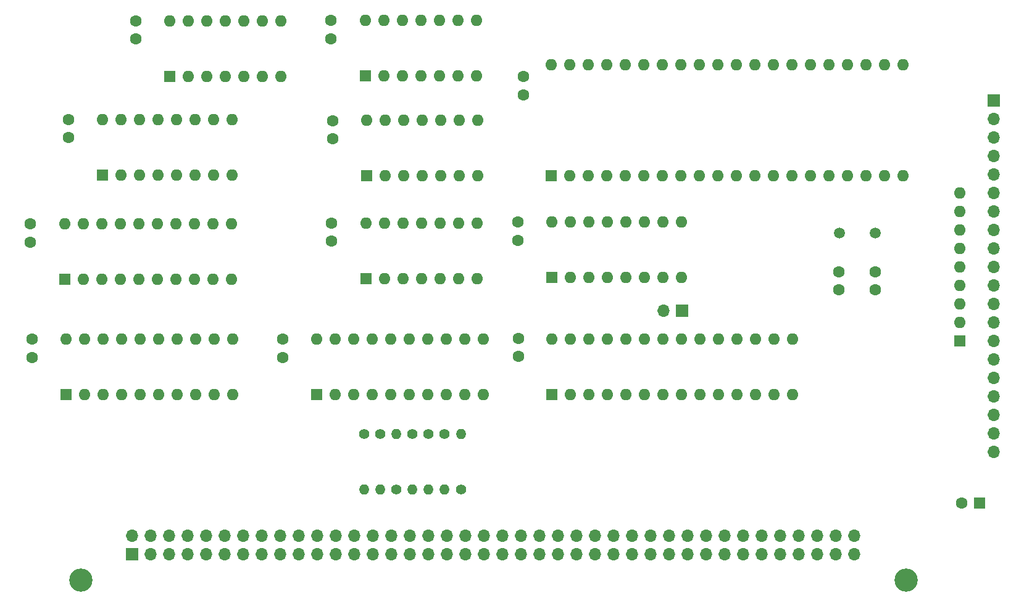
<source format=gbr>
G04 #@! TF.GenerationSoftware,KiCad,Pcbnew,5.1.5+dfsg1-2build2*
G04 #@! TF.CreationDate,2021-06-23T14:50:16-04:00*
G04 #@! TF.ProjectId,InterruptAndKeyboard,496e7465-7272-4757-9074-416e644b6579,1*
G04 #@! TF.SameCoordinates,Original*
G04 #@! TF.FileFunction,Soldermask,Top*
G04 #@! TF.FilePolarity,Negative*
%FSLAX46Y46*%
G04 Gerber Fmt 4.6, Leading zero omitted, Abs format (unit mm)*
G04 Created by KiCad (PCBNEW 5.1.5+dfsg1-2build2) date 2021-06-23 14:50:16*
%MOMM*%
%LPD*%
G04 APERTURE LIST*
%ADD10R,1.700000X1.700000*%
%ADD11O,1.700000X1.700000*%
%ADD12C,3.200000*%
%ADD13R,1.600000X1.600000*%
%ADD14C,1.600000*%
%ADD15C,1.400000*%
%ADD16O,1.400000X1.400000*%
%ADD17O,1.600000X1.600000*%
%ADD18C,1.500000*%
G04 APERTURE END LIST*
D10*
X25470000Y-83000000D03*
D11*
X25470000Y-80460000D03*
X28010000Y-83000000D03*
X28010000Y-80460000D03*
X30550000Y-83000000D03*
X30550000Y-80460000D03*
X33090000Y-83000000D03*
X33090000Y-80460000D03*
X35630000Y-83000000D03*
X35630000Y-80460000D03*
X38170000Y-83000000D03*
X38170000Y-80460000D03*
X40710000Y-83000000D03*
X40710000Y-80460000D03*
X43250000Y-83000000D03*
X43250000Y-80460000D03*
X45790000Y-83000000D03*
X45790000Y-80460000D03*
X48330000Y-83000000D03*
X48330000Y-80460000D03*
X50870000Y-83000000D03*
X50870000Y-80460000D03*
X53410000Y-83000000D03*
X53410000Y-80460000D03*
X55950000Y-83000000D03*
X55950000Y-80460000D03*
X58490000Y-83000000D03*
X58490000Y-80460000D03*
X61030000Y-83000000D03*
X61030000Y-80460000D03*
X63570000Y-83000000D03*
X63570000Y-80460000D03*
X66110000Y-83000000D03*
X66110000Y-80460000D03*
X68650000Y-83000000D03*
X68650000Y-80460000D03*
X71190000Y-83000000D03*
X71190000Y-80460000D03*
X73730000Y-83000000D03*
X73730000Y-80460000D03*
X76270000Y-83000000D03*
X76270000Y-80460000D03*
X78810000Y-83000000D03*
X78810000Y-80460000D03*
X81350000Y-83000000D03*
X81350000Y-80460000D03*
X83890000Y-83000000D03*
X83890000Y-80460000D03*
X86430000Y-83000000D03*
X86430000Y-80460000D03*
X88970000Y-83000000D03*
X88970000Y-80460000D03*
X91510000Y-83000000D03*
X91510000Y-80460000D03*
X94050000Y-83000000D03*
X94050000Y-80460000D03*
X96590000Y-83000000D03*
X96590000Y-80460000D03*
X99130000Y-83000000D03*
X99130000Y-80460000D03*
X101670000Y-83000000D03*
X101670000Y-80460000D03*
X104210000Y-83000000D03*
X104210000Y-80460000D03*
X106750000Y-83000000D03*
X106750000Y-80460000D03*
X109290000Y-83000000D03*
X109290000Y-80460000D03*
X111830000Y-83000000D03*
X111830000Y-80460000D03*
X114370000Y-83000000D03*
X114370000Y-80460000D03*
X116910000Y-83000000D03*
X116910000Y-80460000D03*
X119450000Y-83000000D03*
X119450000Y-80460000D03*
X121990000Y-83000000D03*
X121990000Y-80460000D03*
X124530000Y-83000000D03*
X124530000Y-80460000D03*
D12*
X18400000Y-86500000D03*
X131600000Y-86500000D03*
D13*
X141700000Y-75900000D03*
D14*
X139200000Y-75900000D03*
X52750000Y-39970000D03*
X52750000Y-37470000D03*
X25920000Y-9700000D03*
X25920000Y-12200000D03*
X16710000Y-25740000D03*
X16710000Y-23240000D03*
X11700000Y-55940000D03*
X11700000Y-53440000D03*
X11470000Y-37590000D03*
X11470000Y-40090000D03*
X52720000Y-12170000D03*
X52720000Y-9670000D03*
X52980000Y-25930000D03*
X52980000Y-23430000D03*
X79140000Y-19880000D03*
X79140000Y-17380000D03*
X78410000Y-53330000D03*
X78410000Y-55830000D03*
X78350000Y-39840000D03*
X78350000Y-37340000D03*
X46110000Y-53430000D03*
X46110000Y-55930000D03*
X127390000Y-46660000D03*
X127390000Y-44160000D03*
X122420000Y-44160000D03*
X122420000Y-46660000D03*
D10*
X143640000Y-20660000D03*
D11*
X143640000Y-23200000D03*
X143640000Y-25740000D03*
X143640000Y-28280000D03*
X143640000Y-30820000D03*
X143640000Y-33360000D03*
X143640000Y-35900000D03*
X143640000Y-38440000D03*
X143640000Y-40980000D03*
X143640000Y-43520000D03*
X143640000Y-46060000D03*
X143640000Y-48600000D03*
X143640000Y-51140000D03*
X143640000Y-53680000D03*
X143640000Y-56220000D03*
X143640000Y-58760000D03*
X143640000Y-61300000D03*
X143640000Y-63840000D03*
X143640000Y-66380000D03*
X143640000Y-68920000D03*
D10*
X100840000Y-49520000D03*
D11*
X98300000Y-49520000D03*
D15*
X57250000Y-66430000D03*
D16*
X57250000Y-74050000D03*
D15*
X59465000Y-66430000D03*
D16*
X59465000Y-74050000D03*
D15*
X61680000Y-74050000D03*
D16*
X61680000Y-66430000D03*
X63895000Y-74050000D03*
D15*
X63895000Y-66430000D03*
X66110000Y-66430000D03*
D16*
X66110000Y-74050000D03*
X68325000Y-74050000D03*
D15*
X68325000Y-66430000D03*
X70540000Y-74050000D03*
D16*
X70540000Y-66430000D03*
D17*
X138960000Y-33360000D03*
X138960000Y-35900000D03*
X138960000Y-38440000D03*
X138960000Y-40980000D03*
X138960000Y-43520000D03*
X138960000Y-46060000D03*
X138960000Y-48600000D03*
X138960000Y-51140000D03*
D13*
X138960000Y-53680000D03*
D17*
X57530000Y-37540000D03*
X72770000Y-45160000D03*
X60070000Y-37540000D03*
X70230000Y-45160000D03*
X62610000Y-37540000D03*
X67690000Y-45160000D03*
X65150000Y-37540000D03*
X65150000Y-45160000D03*
X67690000Y-37540000D03*
X62610000Y-45160000D03*
X70230000Y-37540000D03*
X60070000Y-45160000D03*
X72770000Y-37540000D03*
D13*
X57530000Y-45160000D03*
X30620000Y-17320000D03*
D17*
X45860000Y-9700000D03*
X33160000Y-17320000D03*
X43320000Y-9700000D03*
X35700000Y-17320000D03*
X40780000Y-9700000D03*
X38240000Y-17320000D03*
X38240000Y-9700000D03*
X40780000Y-17320000D03*
X35700000Y-9700000D03*
X43320000Y-17320000D03*
X33160000Y-9700000D03*
X45860000Y-17320000D03*
X30620000Y-9700000D03*
X21400000Y-23240000D03*
X39180000Y-30860000D03*
X23940000Y-23240000D03*
X36640000Y-30860000D03*
X26480000Y-23240000D03*
X34100000Y-30860000D03*
X29020000Y-23240000D03*
X31560000Y-30860000D03*
X31560000Y-23240000D03*
X29020000Y-30860000D03*
X34100000Y-23240000D03*
X26480000Y-30860000D03*
X36640000Y-23240000D03*
X23940000Y-30860000D03*
X39180000Y-23240000D03*
D13*
X21400000Y-30860000D03*
D17*
X16360000Y-53440000D03*
X39220000Y-61060000D03*
X18900000Y-53440000D03*
X36680000Y-61060000D03*
X21440000Y-53440000D03*
X34140000Y-61060000D03*
X23980000Y-53440000D03*
X31600000Y-61060000D03*
X26520000Y-53440000D03*
X29060000Y-61060000D03*
X29060000Y-53440000D03*
X26520000Y-61060000D03*
X31600000Y-53440000D03*
X23980000Y-61060000D03*
X34140000Y-53440000D03*
X21440000Y-61060000D03*
X36680000Y-53440000D03*
X18900000Y-61060000D03*
X39220000Y-53440000D03*
D13*
X16360000Y-61060000D03*
X16240000Y-45210000D03*
D17*
X39100000Y-37590000D03*
X18780000Y-45210000D03*
X36560000Y-37590000D03*
X21320000Y-45210000D03*
X34020000Y-37590000D03*
X23860000Y-45210000D03*
X31480000Y-37590000D03*
X26400000Y-45210000D03*
X28940000Y-37590000D03*
X28940000Y-45210000D03*
X26400000Y-37590000D03*
X31480000Y-45210000D03*
X23860000Y-37590000D03*
X34020000Y-45210000D03*
X21320000Y-37590000D03*
X36560000Y-45210000D03*
X18780000Y-37590000D03*
X39100000Y-45210000D03*
X16240000Y-37590000D03*
X57460000Y-9660000D03*
X72700000Y-17280000D03*
X60000000Y-9660000D03*
X70160000Y-17280000D03*
X62540000Y-9660000D03*
X67620000Y-17280000D03*
X65080000Y-9660000D03*
X65080000Y-17280000D03*
X67620000Y-9660000D03*
X62540000Y-17280000D03*
X70160000Y-9660000D03*
X60000000Y-17280000D03*
X72700000Y-9660000D03*
D13*
X57460000Y-17280000D03*
X57640000Y-31010000D03*
D17*
X72880000Y-23390000D03*
X60180000Y-31010000D03*
X70340000Y-23390000D03*
X62720000Y-31010000D03*
X67800000Y-23390000D03*
X65260000Y-31010000D03*
X65260000Y-23390000D03*
X67800000Y-31010000D03*
X62720000Y-23390000D03*
X70340000Y-31010000D03*
X60180000Y-23390000D03*
X72880000Y-31010000D03*
X57640000Y-23390000D03*
D13*
X82970000Y-30950000D03*
D17*
X131230000Y-15710000D03*
X85510000Y-30950000D03*
X128690000Y-15710000D03*
X88050000Y-30950000D03*
X126150000Y-15710000D03*
X90590000Y-30950000D03*
X123610000Y-15710000D03*
X93130000Y-30950000D03*
X121070000Y-15710000D03*
X95670000Y-30950000D03*
X118530000Y-15710000D03*
X98210000Y-30950000D03*
X115990000Y-15710000D03*
X100750000Y-30950000D03*
X113450000Y-15710000D03*
X103290000Y-30950000D03*
X110910000Y-15710000D03*
X105830000Y-30950000D03*
X108370000Y-15710000D03*
X108370000Y-30950000D03*
X105830000Y-15710000D03*
X110910000Y-30950000D03*
X103290000Y-15710000D03*
X113450000Y-30950000D03*
X100750000Y-15710000D03*
X115990000Y-30950000D03*
X98210000Y-15710000D03*
X118530000Y-30950000D03*
X95670000Y-15710000D03*
X121070000Y-30950000D03*
X93130000Y-15710000D03*
X123610000Y-30950000D03*
X90590000Y-15710000D03*
X126150000Y-30950000D03*
X88050000Y-15710000D03*
X128690000Y-30950000D03*
X85510000Y-15710000D03*
X131230000Y-30950000D03*
X82970000Y-15710000D03*
D13*
X83050000Y-61020000D03*
D17*
X116070000Y-53400000D03*
X85590000Y-61020000D03*
X113530000Y-53400000D03*
X88130000Y-61020000D03*
X110990000Y-53400000D03*
X90670000Y-61020000D03*
X108450000Y-53400000D03*
X93210000Y-61020000D03*
X105910000Y-53400000D03*
X95750000Y-61020000D03*
X103370000Y-53400000D03*
X98290000Y-61020000D03*
X100830000Y-53400000D03*
X100830000Y-61020000D03*
X98290000Y-53400000D03*
X103370000Y-61020000D03*
X95750000Y-53400000D03*
X105910000Y-61020000D03*
X93210000Y-53400000D03*
X108450000Y-61020000D03*
X90670000Y-53400000D03*
X110990000Y-61020000D03*
X88130000Y-53400000D03*
X113530000Y-61020000D03*
X85590000Y-53400000D03*
X116070000Y-61020000D03*
X83050000Y-53400000D03*
D13*
X82980000Y-44970000D03*
D17*
X100760000Y-37350000D03*
X85520000Y-44970000D03*
X98220000Y-37350000D03*
X88060000Y-44970000D03*
X95680000Y-37350000D03*
X90600000Y-44970000D03*
X93140000Y-37350000D03*
X93140000Y-44970000D03*
X90600000Y-37350000D03*
X95680000Y-44970000D03*
X88060000Y-37350000D03*
X98220000Y-44970000D03*
X85520000Y-37350000D03*
X100760000Y-44970000D03*
X82980000Y-37350000D03*
X50800000Y-53400000D03*
X73660000Y-61020000D03*
X53340000Y-53400000D03*
X71120000Y-61020000D03*
X55880000Y-53400000D03*
X68580000Y-61020000D03*
X58420000Y-53400000D03*
X66040000Y-61020000D03*
X60960000Y-53400000D03*
X63500000Y-61020000D03*
X63500000Y-53400000D03*
X60960000Y-61020000D03*
X66040000Y-53400000D03*
X58420000Y-61020000D03*
X68580000Y-53400000D03*
X55880000Y-61020000D03*
X71120000Y-53400000D03*
X53340000Y-61020000D03*
X73660000Y-53400000D03*
D13*
X50800000Y-61020000D03*
D18*
X127370000Y-38840000D03*
X122470000Y-38840000D03*
M02*

</source>
